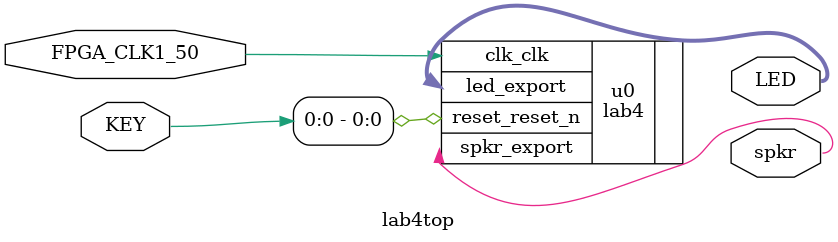
<source format=sv>

module lab4top (
                input logic FPGA_CLK1_50, 
                input logic [1:0] KEY,
                output logic [7:0] LED,
                output logic spkr ) ;
   
   lab4 u0 (
            .clk_clk       (FPGA_CLK1_50),
            .led_export    (LED),  
            .reset_reset_n (KEY[0]),
            .spkr_export   (spkr) 
            );

endmodule

</source>
